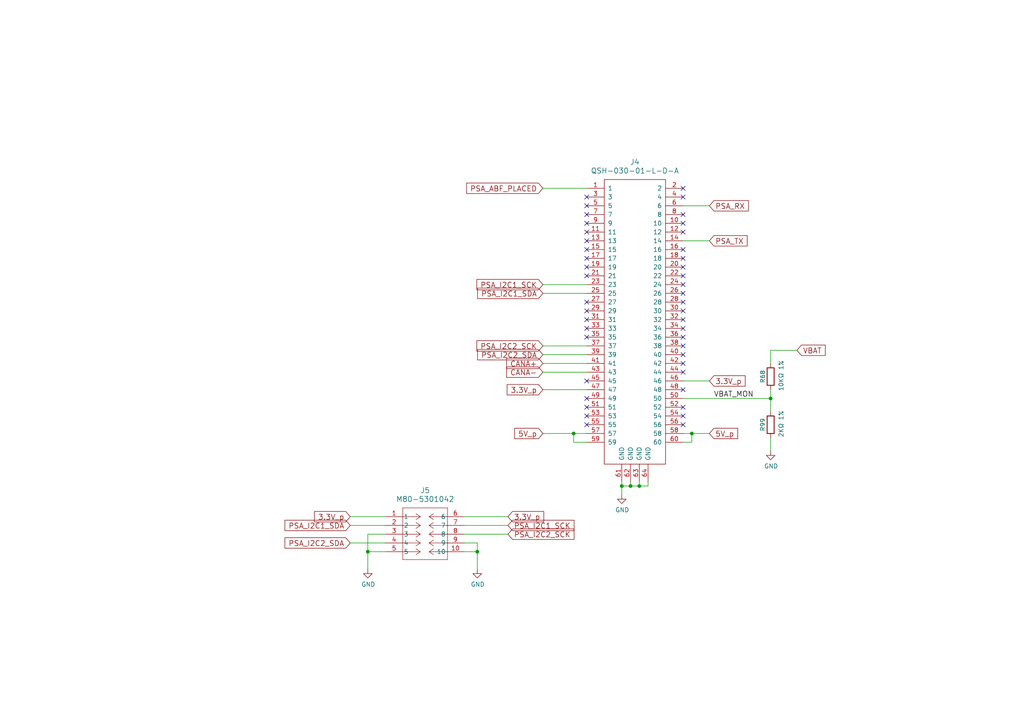
<source format=kicad_sch>
(kicad_sch (version 20250114) (generator "eeschema") (generator_version "9.0")
  (paper "A4")
  (lib_symbols
    (symbol "Device:R" (pin_numbers (hide yes)) (pin_names (offset 0))
      (property "Reference" "R" (at 2.032 0 90))
      (property "Value" "R" (at 0 0 90))
      (symbol "R_0_1"
        (rectangle (start -1.016 -2.54) (end 1.016 2.54) (stroke (width 0.254)))
      )
      (symbol "R_1_1"
        (pin passive line (at 0 3.81 270) (length 1.27) (name "~") (number "1"))
        (pin passive line (at 0 -3.81 90) (length 1.27) (name "~") (number "2"))
      )
    )
    (symbol "PACSAT_DEV_misc:M80-5301042" (pin_names (offset 0.254))
      (property "Reference" "J" (at 8.89 6.35 0))
      (property "Value" "M80-5301042" (at 11.176 3.81 0))
      (symbol "M80-5301042_1_1"
        (polyline (pts (xy 5.08 2.54) (xy 5.08 -12.446)) (stroke (width 0.127)))
        (polyline (pts (xy 5.08 -12.446) (xy 18.034 -12.446)) (stroke (width 0.127)))
        (polyline (pts (xy 10.16 0) (xy 5.08 0)) (stroke (width 0.127)))
        (polyline (pts (xy 10.16 0) (xy 8.89 0.8467)) (stroke (width 0.127)))
        (polyline (pts (xy 10.16 0) (xy 8.89 -0.8467)) (stroke (width 0.127)))
        (polyline (pts (xy 10.16 -2.54) (xy 5.08 -2.54)) (stroke (width 0.127)))
        (polyline (pts (xy 10.16 -2.54) (xy 8.89 -1.6933)) (stroke (width 0.127)))
        (polyline (pts (xy 10.16 -2.54) (xy 8.89 -3.3867)) (stroke (width 0.127)))
        (polyline (pts (xy 10.16 -5.08) (xy 5.08 -5.08)) (stroke (width 0.127)))
        (polyline (pts (xy 10.16 -5.08) (xy 8.89 -4.2333)) (stroke (width 0.127)))
        (polyline (pts (xy 10.16 -5.08) (xy 8.89 -5.9267)) (stroke (width 0.127)))
        (polyline (pts (xy 10.16 -7.62) (xy 5.08 -7.62)) (stroke (width 0.127)))
        (polyline (pts (xy 10.16 -7.62) (xy 8.89 -6.7733)) (stroke (width 0.127)))
        (polyline (pts (xy 10.16 -7.62) (xy 8.89 -8.4667)) (stroke (width 0.127)))
        (polyline (pts (xy 10.16 -10.16) (xy 5.08 -10.16)) (stroke (width 0.127)))
        (polyline (pts (xy 10.16 -10.16) (xy 8.89 -9.3133)) (stroke (width 0.127)))
        (polyline (pts (xy 10.16 -10.16) (xy 8.89 -11.0067)) (stroke (width 0.127)))
        (polyline (pts (xy 12.7 0) (xy 13.97 0.8467)) (stroke (width 0.127)))
        (polyline (pts (xy 12.7 0) (xy 13.97 -0.8467)) (stroke (width 0.127)))
        (polyline (pts (xy 12.7 0) (xy 17.78 0)) (stroke (width 0.127)))
        (polyline (pts (xy 12.7 -2.54) (xy 13.97 -1.6933)) (stroke (width 0.127)))
        (polyline (pts (xy 12.7 -2.54) (xy 13.97 -3.3867)) (stroke (width 0.127)))
        (polyline (pts (xy 12.7 -2.54) (xy 17.78 -2.54)) (stroke (width 0.127)))
        (polyline (pts (xy 12.7 -5.08) (xy 13.97 -4.2333)) (stroke (width 0.127)))
        (polyline (pts (xy 12.7 -5.08) (xy 13.97 -5.9267)) (stroke (width 0.127)))
        (polyline (pts (xy 12.7 -5.08) (xy 17.78 -5.08)) (stroke (width 0.127)))
        (polyline (pts (xy 12.7 -7.62) (xy 13.97 -6.7733)) (stroke (width 0.127)))
        (polyline (pts (xy 12.7 -7.62) (xy 13.97 -8.4667)) (stroke (width 0.127)))
        (polyline (pts (xy 12.7 -7.62) (xy 17.78 -7.62)) (stroke (width 0.127)))
        (polyline (pts (xy 12.7 -10.16) (xy 13.97 -9.3133)) (stroke (width 0.127)))
        (polyline (pts (xy 12.7 -10.16) (xy 13.97 -11.0067)) (stroke (width 0.127)))
        (polyline (pts (xy 12.7 -10.16) (xy 17.78 -10.16)) (stroke (width 0.127)))
        (polyline (pts (xy 18.034 2.54) (xy 5.08 2.54)) (stroke (width 0.127)))
        (polyline (pts (xy 18.034 -12.446) (xy 18.034 2.54)) (stroke (width 0.127)))
        (pin passive line (at 0 0 0) (length 5.08) (name "1") (number "1"))
        (pin passive line (at 0 -2.54 0) (length 5.08) (name "2") (number "2"))
        (pin passive line (at 0 -5.08 0) (length 5.08) (name "3") (number "3"))
        (pin passive line (at 0 -7.62 0) (length 5.08) (name "4") (number "4"))
        (pin passive line (at 0 -10.16 0) (length 5.08) (name "5") (number "5"))
        (pin passive line (at 22.86 0 180) (length 5.08) (name "6") (number "6"))
        (pin passive line (at 22.86 -2.54 180) (length 5.08) (name "7") (number "7"))
        (pin passive line (at 22.86 -5.08 180) (length 5.08) (name "8") (number "8"))
        (pin passive line (at 22.86 -7.62 180) (length 5.08) (name "9") (number "9"))
        (pin passive line (at 22.86 -10.16 180) (length 5.08) (name "10") (number "10"))
      )
      (symbol "M80-5301042_1_2"
        (polyline (pts (xy 5.08 2.54) (xy 5.08 -25.4)) (stroke (width 0.127)))
        (polyline (pts (xy 5.08 -25.4) (xy 12.7 -25.4)) (stroke (width 0.127)))
        (polyline (pts (xy 7.62 0) (xy 5.08 0)) (stroke (width 0.127)))
        (polyline (pts (xy 7.62 0) (xy 8.89 0.8467)) (stroke (width 0.127)))
        (polyline (pts (xy 7.62 0) (xy 8.89 -0.8467)) (stroke (width 0.127)))
        (polyline (pts (xy 7.62 -2.54) (xy 5.08 -2.54)) (stroke (width 0.127)))
        (polyline (pts (xy 7.62 -2.54) (xy 8.89 -1.6933)) (stroke (width 0.127)))
        (polyline (pts (xy 7.62 -2.54) (xy 8.89 -3.3867)) (stroke (width 0.127)))
        (polyline (pts (xy 7.62 -5.08) (xy 5.08 -5.08)) (stroke (width 0.127)))
        (polyline (pts (xy 7.62 -5.08) (xy 8.89 -4.2333)) (stroke (width 0.127)))
        (polyline (pts (xy 7.62 -5.08) (xy 8.89 -5.9267)) (stroke (width 0.127)))
        (polyline (pts (xy 7.62 -7.62) (xy 5.08 -7.62)) (stroke (width 0.127)))
        (polyline (pts (xy 7.62 -7.62) (xy 8.89 -6.7733)) (stroke (width 0.127)))
        (polyline (pts (xy 7.62 -7.62) (xy 8.89 -8.4667)) (stroke (width 0.127)))
        (polyline (pts (xy 7.62 -10.16) (xy 5.08 -10.16)) (stroke (width 0.127)))
        (polyline (pts (xy 7.62 -10.16) (xy 8.89 -9.3133)) (stroke (width 0.127)))
        (polyline (pts (xy 7.62 -10.16) (xy 8.89 -11.0067)) (stroke (width 0.127)))
        (polyline (pts (xy 7.62 -12.7) (xy 5.08 -12.7)) (stroke (width 0.127)))
        (polyline (pts (xy 7.62 -12.7) (xy 8.89 -11.8533)) (stroke (width 0.127)))
        (polyline (pts (xy 7.62 -12.7) (xy 8.89 -13.5467)) (stroke (width 0.127)))
        (polyline (pts (xy 7.62 -15.24) (xy 5.08 -15.24)) (stroke (width 0.127)))
        (polyline (pts (xy 7.62 -15.24) (xy 8.89 -14.3933)) (stroke (width 0.127)))
        (polyline (pts (xy 7.62 -15.24) (xy 8.89 -16.0867)) (stroke (width 0.127)))
        (polyline (pts (xy 7.62 -17.78) (xy 5.08 -17.78)) (stroke (width 0.127)))
        (polyline (pts (xy 7.62 -17.78) (xy 8.89 -16.9333)) (stroke (width 0.127)))
        (polyline (pts (xy 7.62 -17.78) (xy 8.89 -18.6267)) (stroke (width 0.127)))
        (polyline (pts (xy 7.62 -20.32) (xy 5.08 -20.32)) (stroke (width 0.127)))
        (polyline (pts (xy 7.62 -20.32) (xy 8.89 -19.4733)) (stroke (width 0.127)))
        (polyline (pts (xy 7.62 -20.32) (xy 8.89 -21.1667)) (stroke (width 0.127)))
        (polyline (pts (xy 7.62 -22.86) (xy 5.08 -22.86)) (stroke (width 0.127)))
        (polyline (pts (xy 7.62 -22.86) (xy 8.89 -22.0133)) (stroke (width 0.127)))
        (polyline (pts (xy 7.62 -22.86) (xy 8.89 -23.7067)) (stroke (width 0.127)))
        (polyline (pts (xy 12.7 2.54) (xy 5.08 2.54)) (stroke (width 0.127)))
        (polyline (pts (xy 12.7 -25.4) (xy 12.7 2.54)) (stroke (width 0.127)))
        (pin passive line (at 0 0 0) (length 5.08) (name "1") (number "1"))
        (pin passive line (at 0 -2.54 0) (length 5.08) (name "2") (number "2"))
        (pin passive line (at 0 -5.08 0) (length 5.08) (name "3") (number "3"))
        (pin passive line (at 0 -7.62 0) (length 5.08) (name "4") (number "4"))
        (pin passive line (at 0 -10.16 0) (length 5.08) (name "5") (number "5"))
        (pin passive line (at 0 -12.7 0) (length 5.08) (name "6") (number "6"))
        (pin passive line (at 0 -15.24 0) (length 5.08) (name "7") (number "7"))
        (pin unspecified line (at 0 -17.78 0) (length 5.08) (name "8") (number "8"))
        (pin unspecified line (at 0 -20.32 0) (length 5.08) (name "9") (number "9"))
        (pin unspecified line (at 0 -22.86 0) (length 5.08) (name "10") (number "10"))
      )
    )
    (symbol "PACSAT_DEV_misc:QSH-030-01-L-D-A" (pin_names (offset 1.016))
      (property "Reference" "J991" (at 0 44.1198 0))
      (property "Value" "QSH-030-01-L-D-A" (at 0 41.4274 0))
      (symbol "QSH-030-01-L-D-A_0_1"
        (rectangle (start -8.89 39.37) (end 8.89 -43.18))
      )
      (symbol "QSH-030-01-L-D-A_1_1"
        (pin passive line (at -13.97 36.83 0) (length 5.08) (name "1") (number "1"))
        (pin passive line (at -13.97 34.29 0) (length 5.08) (name "3") (number "3"))
        (pin passive line (at -13.97 31.75 0) (length 5.08) (name "5") (number "5"))
        (pin passive line (at -13.97 29.21 0) (length 5.08) (name "7") (number "7"))
        (pin passive line (at -13.97 26.67 0) (length 5.08) (name "9") (number "9"))
        (pin passive line (at -13.97 24.13 0) (length 5.08) (name "11") (number "11"))
        (pin passive line (at -13.97 21.59 0) (length 5.08) (name "13") (number "13"))
        (pin passive line (at -13.97 19.05 0) (length 5.08) (name "15") (number "15"))
        (pin passive line (at -13.97 16.51 0) (length 5.08) (name "17") (number "17"))
        (pin passive line (at -13.97 13.97 0) (length 5.08) (name "19") (number "19"))
        (pin passive line (at -13.97 11.43 0) (length 5.08) (name "21") (number "21"))
        (pin passive line (at -13.97 8.89 0) (length 5.08) (name "23") (number "23"))
        (pin passive line (at -13.97 6.35 0) (length 5.08) (name "25") (number "25"))
        (pin passive line (at -13.97 3.81 0) (length 5.08) (name "27") (number "27"))
        (pin passive line (at -13.97 1.27 0) (length 5.08) (name "29") (number "29"))
        (pin passive line (at -13.97 -1.27 0) (length 5.08) (name "31") (number "31"))
        (pin passive line (at -13.97 -3.81 0) (length 5.08) (name "33") (number "33"))
        (pin passive line (at -13.97 -6.35 0) (length 5.08) (name "35") (number "35"))
        (pin passive line (at -13.97 -8.89 0) (length 5.08) (name "37") (number "37"))
        (pin passive line (at -13.97 -11.43 0) (length 5.08) (name "39") (number "39"))
        (pin passive line (at -13.97 -13.97 0) (length 5.08) (name "41") (number "41"))
        (pin passive line (at -13.97 -16.51 0) (length 5.08) (name "43") (number "43"))
        (pin passive line (at -13.97 -19.05 0) (length 5.08) (name "45") (number "45"))
        (pin passive line (at -13.97 -21.59 0) (length 5.08) (name "47") (number "47"))
        (pin passive line (at -13.97 -24.13 0) (length 5.08) (name "49") (number "49"))
        (pin passive line (at -13.97 -26.67 0) (length 5.08) (name "51") (number "51"))
        (pin passive line (at -13.97 -29.21 0) (length 5.08) (name "53") (number "53"))
        (pin passive line (at -13.97 -31.75 0) (length 5.08) (name "55") (number "55"))
        (pin passive line (at -13.97 -34.29 0) (length 5.08) (name "57") (number "57"))
        (pin passive line (at -13.97 -36.83 0) (length 5.08) (name "59") (number "59"))
        (pin power_in line (at -3.81 -48.26 90) (length 5.08) (name "GND") (number "61"))
        (pin power_in line (at -1.27 -48.26 90) (length 5.08) (name "GND") (number "62"))
        (pin power_in line (at 1.27 -48.26 90) (length 5.08) (name "GND") (number "63"))
        (pin power_in line (at 3.81 -48.26 90) (length 5.08) (name "GND") (number "64"))
        (pin passive line (at 13.97 36.83 180) (length 5.08) (name "2") (number "2"))
        (pin passive line (at 13.97 34.29 180) (length 5.08) (name "4") (number "4"))
        (pin passive line (at 13.97 31.75 180) (length 5.08) (name "6") (number "6"))
        (pin passive line (at 13.97 29.21 180) (length 5.08) (name "8") (number "8"))
        (pin passive line (at 13.97 26.67 180) (length 5.08) (name "10") (number "10"))
        (pin passive line (at 13.97 24.13 180) (length 5.08) (name "12") (number "12"))
        (pin passive line (at 13.97 21.59 180) (length 5.08) (name "14") (number "14"))
        (pin passive line (at 13.97 19.05 180) (length 5.08) (name "16") (number "16"))
        (pin passive line (at 13.97 16.51 180) (length 5.08) (name "18") (number "18"))
        (pin passive line (at 13.97 13.97 180) (length 5.08) (name "20") (number "20"))
        (pin passive line (at 13.97 11.43 180) (length 5.08) (name "22") (number "22"))
        (pin passive line (at 13.97 8.89 180) (length 5.08) (name "24") (number "24"))
        (pin passive line (at 13.97 6.35 180) (length 5.08) (name "26") (number "26"))
        (pin passive line (at 13.97 3.81 180) (length 5.08) (name "28") (number "28"))
        (pin passive line (at 13.97 1.27 180) (length 5.08) (name "30") (number "30"))
        (pin passive line (at 13.97 -1.27 180) (length 5.08) (name "32") (number "32"))
        (pin passive line (at 13.97 -3.81 180) (length 5.08) (name "34") (number "34"))
        (pin passive line (at 13.97 -6.35 180) (length 5.08) (name "36") (number "36"))
        (pin passive line (at 13.97 -8.89 180) (length 5.08) (name "38") (number "38"))
        (pin passive line (at 13.97 -11.43 180) (length 5.08) (name "40") (number "40"))
        (pin passive line (at 13.97 -13.97 180) (length 5.08) (name "42") (number "42"))
        (pin passive line (at 13.97 -16.51 180) (length 5.08) (name "44") (number "44"))
        (pin passive line (at 13.97 -19.05 180) (length 5.08) (name "46") (number "46"))
        (pin passive line (at 13.97 -21.59 180) (length 5.08) (name "48") (number "48"))
        (pin passive line (at 13.97 -24.13 180) (length 5.08) (name "50") (number "50"))
        (pin passive line (at 13.97 -26.67 180) (length 5.08) (name "52") (number "52"))
        (pin passive line (at 13.97 -29.21 180) (length 5.08) (name "54") (number "54"))
        (pin passive line (at 13.97 -31.75 180) (length 5.08) (name "56") (number "56"))
        (pin passive line (at 13.97 -34.29 180) (length 5.08) (name "58") (number "58"))
        (pin passive line (at 13.97 -36.83 180) (length 5.08) (name "60") (number "60"))
      )
    )
    (symbol "power:GND" (power) (pin_numbers (hide yes)) (pin_names (offset 0) (hide yes))
      (property "Value" "GND" (at 0 -3.81 0))
      (symbol "GND_0_1"
        (polyline (pts (xy 0 0) (xy 0 -1.27) (xy 1.27 -1.27) (xy 0 -2.54) (xy -1.27 -1.27) (xy 0 -1.27)))
      )
      (symbol "GND_1_1"
        (pin power_in line (at 0 0 270) (length 0) (name "~") (number "1"))
      )
    )
  )
  (junction (at 106.68 160.02))
  (junction (at 182.88 140.97))
  (junction (at 223.52 115.57))
  (junction (at 200.66 125.73))
  (junction (at 138.43 160.02))
  (junction (at 180.34 140.97))
  (junction (at 166.37 125.73))
  (junction (at 185.42 140.97))
  (no_connect (at 170.18 87.63))
  (no_connect (at 170.18 67.31))
  (no_connect (at 170.18 115.57))
  (no_connect (at 198.12 102.87))
  (no_connect (at 170.18 62.23))
  (no_connect (at 170.18 72.39))
  (no_connect (at 198.12 62.23))
  (no_connect (at 198.12 72.39))
  (no_connect (at 198.12 95.25))
  (no_connect (at 170.18 90.17))
  (no_connect (at 198.12 90.17))
  (no_connect (at 170.18 59.69))
  (no_connect (at 170.18 64.77))
  (no_connect (at 198.12 64.77))
  (no_connect (at 198.12 105.41))
  (no_connect (at 170.18 120.65))
  (no_connect (at 170.18 92.71))
  (no_connect (at 170.18 57.15))
  (no_connect (at 198.12 87.63))
  (no_connect (at 170.18 69.85))
  (no_connect (at 170.18 123.19))
  (no_connect (at 170.18 74.93))
  (no_connect (at 198.12 100.33))
  (no_connect (at 198.12 107.95))
  (no_connect (at 198.12 97.79))
  (no_connect (at 170.18 77.47))
  (no_connect (at 198.12 74.93))
  (no_connect (at 198.12 113.03))
  (no_connect (at 198.12 123.19))
  (no_connect (at 198.12 85.09))
  (no_connect (at 170.18 110.49))
  (no_connect (at 170.18 118.11))
  (no_connect (at 198.12 92.71))
  (no_connect (at 198.12 118.11))
  (no_connect (at 198.12 77.47))
  (no_connect (at 170.18 95.25))
  (no_connect (at 198.12 54.61))
  (no_connect (at 170.18 80.01))
  (no_connect (at 198.12 120.65))
  (no_connect (at 198.12 67.31))
  (no_connect (at 170.18 97.79))
  (no_connect (at 198.12 57.15))
  (no_connect (at 198.12 82.55))
  (no_connect (at 198.12 80.01))
  (wire (pts (xy 198.12 59.69) (xy 205.74 59.69)))
  (wire (pts (xy 157.48 113.03) (xy 170.18 113.03)))
  (wire (pts (xy 157.48 107.95) (xy 170.18 107.95)))
  (wire (pts (xy 134.62 152.4) (xy 147.32 152.4)))
  (wire (pts (xy 182.88 140.97) (xy 185.42 140.97)))
  (wire (pts (xy 200.66 125.73) (xy 205.74 125.73)))
  (wire (pts (xy 223.52 115.57) (xy 223.52 119.38)))
  (wire (pts (xy 106.68 154.94) (xy 106.68 160.02)))
  (wire (pts (xy 185.42 140.97) (xy 187.96 140.97)))
  (wire (pts (xy 166.37 128.27) (xy 166.37 125.73)))
  (wire (pts (xy 198.12 125.73) (xy 200.66 125.73)))
  (wire (pts (xy 134.62 154.94) (xy 147.32 154.94)))
  (wire (pts (xy 111.76 154.94) (xy 106.68 154.94)))
  (wire (pts (xy 134.62 149.86) (xy 147.32 149.86)))
  (wire (pts (xy 198.12 115.57) (xy 223.52 115.57)))
  (wire (pts (xy 182.88 139.7) (xy 182.88 140.97)))
  (wire (pts (xy 223.52 101.6) (xy 223.52 105.41)))
  (wire (pts (xy 180.34 139.7) (xy 180.34 140.97)))
  (wire (pts (xy 106.68 160.02) (xy 111.76 160.02)))
  (wire (pts (xy 180.34 143.51) (xy 180.34 140.97)))
  (wire (pts (xy 185.42 139.7) (xy 185.42 140.97)))
  (wire (pts (xy 198.12 128.27) (xy 200.66 128.27)))
  (wire (pts (xy 198.12 110.49) (xy 205.74 110.49)))
  (wire (pts (xy 157.48 82.55) (xy 170.18 82.55)))
  (wire (pts (xy 157.48 54.61) (xy 170.18 54.61)))
  (wire (pts (xy 223.52 113.03) (xy 223.52 115.57)))
  (wire (pts (xy 101.6 152.4) (xy 111.76 152.4)))
  (wire (pts (xy 138.43 165.1) (xy 138.43 160.02)))
  (wire (pts (xy 138.43 157.48) (xy 134.62 157.48)))
  (wire (pts (xy 101.6 157.48) (xy 111.76 157.48)))
  (wire (pts (xy 157.48 105.41) (xy 170.18 105.41)))
  (wire (pts (xy 101.6 149.86) (xy 111.76 149.86)))
  (wire (pts (xy 170.18 128.27) (xy 166.37 128.27)))
  (wire (pts (xy 157.48 85.09) (xy 170.18 85.09)))
  (wire (pts (xy 180.34 140.97) (xy 182.88 140.97)))
  (wire (pts (xy 166.37 125.73) (xy 170.18 125.73)))
  (wire (pts (xy 198.12 69.85) (xy 205.74 69.85)))
  (wire (pts (xy 187.96 139.7) (xy 187.96 140.97)))
  (wire (pts (xy 138.43 160.02) (xy 138.43 157.48)))
  (wire (pts (xy 106.68 165.1) (xy 106.68 160.02)))
  (wire (pts (xy 231.14 101.6) (xy 223.52 101.6)))
  (wire (pts (xy 134.62 160.02) (xy 138.43 160.02)))
  (wire (pts (xy 157.48 102.87) (xy 170.18 102.87)))
  (wire (pts (xy 157.48 100.33) (xy 170.18 100.33)))
  (wire (pts (xy 223.52 127) (xy 223.52 130.81)))
  (wire (pts (xy 200.66 128.27) (xy 200.66 125.73)))
  (wire (pts (xy 157.48 125.73) (xy 166.37 125.73)))
  (label "VBAT_MON" (at 207.01 115.57 0) (effects (font (size 1.524 1.524))))
  (global_label "PSA_I2C2_SCK" (shape input) (at 147.32 154.94 0) (effects (font (size 1.524 1.524))) (property "Intersheetrefs" "${INTERSHEET_REFS}" (effects (hide yes))))
  (global_label "5V_p" (shape input) (at 205.74 125.73 0) (effects (font (size 1.524 1.524))) (property "Intersheetrefs" "${INTERSHEET_REFS}" (effects (hide yes))))
  (global_label "3.3V_p" (shape input) (at 147.32 149.86 0) (effects (font (size 1.524 1.524))) (property "Intersheetrefs" "${INTERSHEET_REFS}" (effects (hide yes))))
  (global_label "PSA_TX" (shape input) (at 205.74 69.85 0) (effects (font (size 1.524 1.524))) (property "Intersheetrefs" "${INTERSHEET_REFS}" (effects (hide yes))))
  (global_label "PSA_I2C1_SCK" (shape input) (at 147.32 152.4 0) (effects (font (size 1.524 1.524))) (property "Intersheetrefs" "${INTERSHEET_REFS}" (effects (hide yes))))
  (global_label "5V_p" (shape input) (at 157.48 125.73 180) (effects (font (size 1.524 1.524))) (property "Intersheetrefs" "${INTERSHEET_REFS}" (effects (hide yes))))
  (global_label "3.3V_p" (shape input) (at 205.74 110.49 0) (effects (font (size 1.524 1.524))) (property "Intersheetrefs" "${INTERSHEET_REFS}" (effects (hide yes))))
  (global_label "PSA_I2C2_SDA" (shape input) (at 157.48 102.87 180) (effects (font (size 1.524 1.524))) (property "Intersheetrefs" "${INTERSHEET_REFS}" (effects (hide yes))))
  (global_label "CANA-" (shape input) (at 157.48 107.95 180) (effects (font (size 1.524 1.524))) (property "Intersheetrefs" "${INTERSHEET_REFS}" (effects (hide yes))))
  (global_label "PSA_I2C1_SDA" (shape input) (at 101.6 152.4 180) (effects (font (size 1.524 1.524))) (property "Intersheetrefs" "${INTERSHEET_REFS}" (effects (hide yes))))
  (global_label "PSA_I2C2_SCK" (shape input) (at 157.48 100.33 180) (effects (font (size 1.524 1.524))) (property "Intersheetrefs" "${INTERSHEET_REFS}" (effects (hide yes))))
  (global_label "CANA+" (shape input) (at 157.48 105.41 180) (effects (font (size 1.524 1.524))) (property "Intersheetrefs" "${INTERSHEET_REFS}" (effects (hide yes))))
  (global_label "PSA_ABF_PLACED" (shape input) (at 157.48 54.61 180) (effects (font (size 1.524 1.524))) (property "Intersheetrefs" "${INTERSHEET_REFS}" (effects (hide yes))))
  (global_label "VBAT" (shape input) (at 231.14 101.6 0) (effects (font (size 1.524 1.524))) (property "Intersheetrefs" "${INTERSHEET_REFS}" (effects (hide yes))))
  (global_label "PSA_RX" (shape input) (at 205.74 59.69 0) (effects (font (size 1.524 1.524))) (property "Intersheetrefs" "${INTERSHEET_REFS}" (effects (hide yes))))
  (global_label "3.3V_p" (shape input) (at 101.6 149.86 180) (effects (font (size 1.524 1.524))) (property "Intersheetrefs" "${INTERSHEET_REFS}" (effects (hide yes))))
  (global_label "PSA_I2C2_SDA" (shape input) (at 101.6 157.48 180) (effects (font (size 1.524 1.524))) (property "Intersheetrefs" "${INTERSHEET_REFS}" (effects (hide yes))))
  (global_label "PSA_I2C1_SCK" (shape input) (at 157.48 82.55 180) (effects (font (size 1.524 1.524))) (property "Intersheetrefs" "${INTERSHEET_REFS}" (effects (hide yes))))
  (global_label "3.3V_p" (shape input) (at 157.48 113.03 180) (effects (font (size 1.524 1.524))) (property "Intersheetrefs" "${INTERSHEET_REFS}" (effects (hide yes))))
  (global_label "PSA_I2C1_SDA" (shape input) (at 157.48 85.09 180) (effects (font (size 1.524 1.524))) (property "Intersheetrefs" "${INTERSHEET_REFS}" (effects (hide yes))))
  (symbol (lib_id "power:GND") (at 106.68 165.1 0) (unit 1)
    (property "Reference" "#PWR0185" (effects (hide yes)))
    (property "Value" "GND" (at 106.807 169.4942 0))
  )
  (symbol (lib_id "power:GND") (at 223.52 130.81 0) (unit 1)
    (property "Reference" "#PWR0109" (effects (hide yes)))
    (property "Value" "GND" (at 223.647 135.2042 0))
  )
  (symbol (lib_id "PACSAT_DEV_misc:M80-5301042") (at 111.76 149.86 0) (unit 1)
    (property "Reference" "J5" (at 123.317 142.24 0) (effects (font (size 1.524 1.524))))
    (property "Value" "M80-5301042" (at 123.317 144.78 0) (effects (font (size 1.524 1.524))))
    (property "Footprint" "PacSatDev_misc:CONN_M80-5301042" (effects (hide yes)))
    (property "Datasheet" "M80-5301042" (effects (hide yes)))
  )
  (symbol (lib_id "power:GND") (at 180.34 143.51 0) (unit 1)
    (property "Reference" "#PWR0168" (effects (hide yes)))
    (property "Value" "GND" (at 180.467 147.9042 0))
  )
  (symbol (lib_id "Device:R") (at 223.52 109.22 180) (unit 1)
    (property "Reference" "R68" (at 221.234 109.22 90))
    (property "Value" "10KΩ 1%" (at 226.568 108.966 90))
    (property "Footprint" "Resistor_SMD:R_0402_1005Metric_Pad0.72x0.64mm_HandSolder" (effects (hide yes)))
    (property "Description" "Resistor" (effects (hide yes)))
  )
  (symbol (lib_id "PACSAT_DEV_misc:QSH-030-01-L-D-A") (at 184.15 91.44 0) (unit 1)
    (property "Reference" "J4" (at 184.15 46.99 0) (effects (font (size 1.524 1.524))))
    (property "Value" "QSH-030-01-L-D-A" (at 184.15 49.53 0) (effects (font (size 1.524 1.524))))
    (property "Footprint" "PacSatDev_samtec:QSH-030-01-L-D-A" (effects (hide yes)))
    (property "Description" "Q Strip(R) High Speed Mezzanine" (effects (hide yes)))
  )
  (symbol (lib_id "Device:R") (at 223.52 123.19 180) (unit 1)
    (property "Reference" "R99" (at 221.234 123.19 90))
    (property "Value" "2KΩ 1%" (at 226.568 122.936 90))
    (property "Footprint" "Resistor_SMD:R_0402_1005Metric_Pad0.72x0.64mm_HandSolder" (effects (hide yes)))
    (property "Description" "Resistor" (effects (hide yes)))
  )
  (symbol (lib_id "power:GND") (at 138.43 165.1 0) (unit 1)
    (property "Reference" "#PWR0186" (effects (hide yes)))
    (property "Value" "GND" (at 138.557 169.4942 0))
  )
)
</source>
